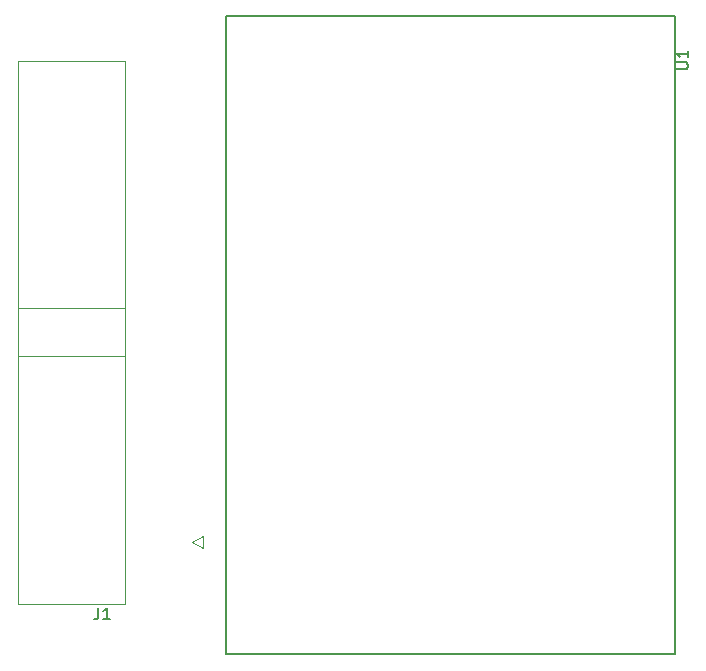
<source format=gbr>
%TF.GenerationSoftware,KiCad,Pcbnew,8.0.2*%
%TF.CreationDate,2024-08-20T17:24:06+07:00*%
%TF.ProjectId,Arduino_xtension_IDC30,41726475-696e-46f5-9f78-74656e73696f,rev?*%
%TF.SameCoordinates,Original*%
%TF.FileFunction,Legend,Top*%
%TF.FilePolarity,Positive*%
%FSLAX46Y46*%
G04 Gerber Fmt 4.6, Leading zero omitted, Abs format (unit mm)*
G04 Created by KiCad (PCBNEW 8.0.2) date 2024-08-20 17:24:06*
%MOMM*%
%LPD*%
G01*
G04 APERTURE LIST*
%ADD10C,0.150000*%
%ADD11C,0.127000*%
%ADD12C,0.120000*%
G04 APERTURE END LIST*
D10*
X141479819Y-56146904D02*
X142289342Y-56146904D01*
X142289342Y-56146904D02*
X142384580Y-56099285D01*
X142384580Y-56099285D02*
X142432200Y-56051666D01*
X142432200Y-56051666D02*
X142479819Y-55956428D01*
X142479819Y-55956428D02*
X142479819Y-55765952D01*
X142479819Y-55765952D02*
X142432200Y-55670714D01*
X142432200Y-55670714D02*
X142384580Y-55623095D01*
X142384580Y-55623095D02*
X142289342Y-55575476D01*
X142289342Y-55575476D02*
X141479819Y-55575476D01*
X142479819Y-54575476D02*
X142479819Y-55146904D01*
X142479819Y-54861190D02*
X141479819Y-54861190D01*
X141479819Y-54861190D02*
X141622676Y-54956428D01*
X141622676Y-54956428D02*
X141717914Y-55051666D01*
X141717914Y-55051666D02*
X141765533Y-55146904D01*
X92549166Y-101734819D02*
X92549166Y-102449104D01*
X92549166Y-102449104D02*
X92501547Y-102591961D01*
X92501547Y-102591961D02*
X92406309Y-102687200D01*
X92406309Y-102687200D02*
X92263452Y-102734819D01*
X92263452Y-102734819D02*
X92168214Y-102734819D01*
X93549166Y-102734819D02*
X92977738Y-102734819D01*
X93263452Y-102734819D02*
X93263452Y-101734819D01*
X93263452Y-101734819D02*
X93168214Y-101877676D01*
X93168214Y-101877676D02*
X93072976Y-101972914D01*
X93072976Y-101972914D02*
X92977738Y-102020533D01*
D11*
%TO.C,U1*%
X103340000Y-105680000D02*
X141340000Y-105680000D01*
X141340000Y-51680000D02*
X141340000Y-105680000D01*
X103340000Y-51680000D02*
X141340000Y-51680000D01*
X103340000Y-51680000D02*
X103340000Y-105680000D01*
D12*
%TO.C,J1*%
X101447500Y-96680000D02*
X101447500Y-95680000D01*
X101447500Y-95680000D02*
X100447500Y-96180000D01*
X100447500Y-96180000D02*
X101447500Y-96680000D01*
X94827500Y-101390000D02*
X85707500Y-101390000D01*
X94827500Y-80450000D02*
X85707500Y-80450000D01*
X94827500Y-76350000D02*
X85707500Y-76350000D01*
X94827500Y-55410000D02*
X94827500Y-101390000D01*
X85707500Y-101390000D02*
X85707500Y-55410000D01*
X85707500Y-55410000D02*
X94827500Y-55410000D01*
%TD*%
M02*

</source>
